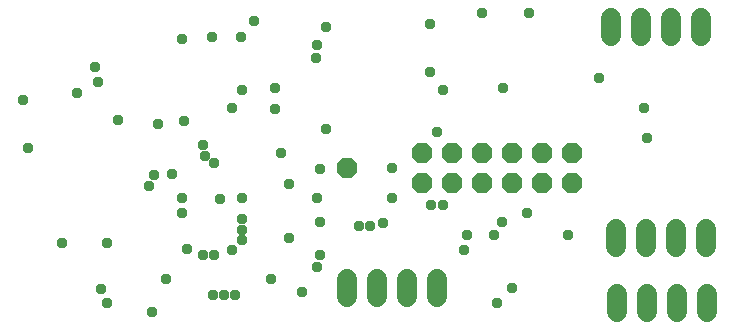
<source format=gbr>
G04 EAGLE Gerber RS-274X export*
G75*
%MOMM*%
%FSLAX34Y34*%
%LPD*%
%INSoldermask Bottom*%
%IPPOS*%
%AMOC8*
5,1,8,0,0,1.08239X$1,22.5*%
G01*
%ADD10C,1.727200*%
%ADD11P,1.869504X8X202.500000*%
%ADD12P,1.869504X8X22.500000*%
%ADD13C,0.959600*%


D10*
X304800Y30480D02*
X304800Y45720D01*
X330200Y45720D02*
X330200Y30480D01*
X355600Y30480D02*
X355600Y45720D01*
X381000Y45720D02*
X381000Y30480D01*
X609600Y33020D02*
X609600Y17780D01*
X584200Y17780D02*
X584200Y33020D01*
X558800Y33020D02*
X558800Y17780D01*
X533400Y17780D02*
X533400Y33020D01*
X604520Y251460D02*
X604520Y266700D01*
X579120Y266700D02*
X579120Y251460D01*
X553720Y251460D02*
X553720Y266700D01*
X528320Y266700D02*
X528320Y251460D01*
D11*
X495300Y152400D03*
X495300Y127000D03*
X469900Y152400D03*
X469900Y127000D03*
X444500Y152400D03*
X444500Y127000D03*
X419100Y152400D03*
X419100Y127000D03*
X393700Y152400D03*
X393700Y127000D03*
X368300Y152400D03*
X368300Y127000D03*
D10*
X608330Y87630D02*
X608330Y72390D01*
X582930Y72390D02*
X582930Y87630D01*
X557530Y87630D02*
X557530Y72390D01*
X532130Y72390D02*
X532130Y87630D01*
D12*
X304800Y139700D03*
D13*
X76200Y203200D03*
X91440Y224790D03*
X63500Y76200D03*
X101600Y25400D03*
X139700Y17780D03*
X101600Y76200D03*
X169190Y71400D03*
X165100Y114300D03*
X165100Y101600D03*
X140970Y133984D03*
X110490Y180340D03*
X93980Y212090D03*
X30480Y196850D03*
X165100Y248920D03*
X243840Y207010D03*
X190500Y250190D03*
X215900Y205740D03*
X207010Y69850D03*
X215900Y114300D03*
X196850Y113030D03*
X287020Y172720D03*
X207010Y190500D03*
X166370Y179070D03*
X248920Y152400D03*
X281940Y138430D03*
X279400Y114300D03*
X281940Y93980D03*
X266700Y34290D03*
X374650Y220980D03*
X436880Y207010D03*
X419100Y270510D03*
X458470Y270510D03*
X518160Y215900D03*
X556260Y190500D03*
X558800Y165100D03*
X34290Y156210D03*
X96520Y36830D03*
X151130Y45720D03*
X144780Y176530D03*
X243840Y189230D03*
X156194Y134194D03*
X255270Y125730D03*
X255270Y80010D03*
X240030Y45720D03*
X374650Y261620D03*
X226060Y264160D03*
X386080Y205740D03*
X403860Y69850D03*
X335280Y92710D03*
X491490Y82550D03*
X279400Y55880D03*
X324048Y90778D03*
X386080Y108176D03*
X406174Y82550D03*
X429260Y82550D03*
X182880Y158750D03*
X287020Y259080D03*
X184576Y149662D03*
X279400Y243840D03*
X191727Y143961D03*
X278130Y232410D03*
X137306Y124460D03*
X214630Y250190D03*
X281940Y66040D03*
X314960Y90170D03*
X375920Y108176D03*
X381000Y170180D03*
X342900Y114526D03*
X342900Y139700D03*
X215900Y78344D03*
X435610Y93980D03*
X215900Y87432D03*
X457200Y101600D03*
X182682Y66252D03*
X191770Y66040D03*
X191162Y31976D03*
X444500Y38100D03*
X200250Y31976D03*
X431800Y25400D03*
X209550Y31976D03*
X215900Y96520D03*
M02*

</source>
